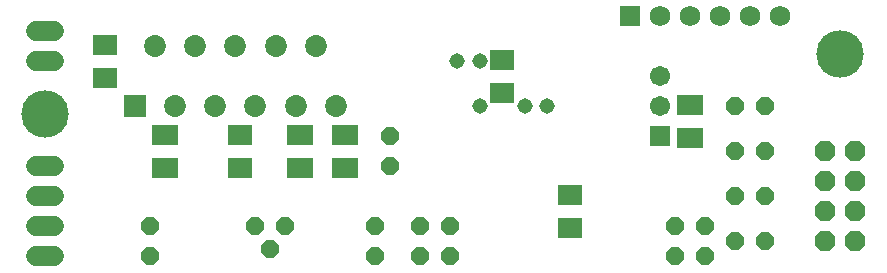
<source format=gbs>
G75*
G70*
%OFA0B0*%
%FSLAX24Y24*%
%IPPOS*%
%LPD*%
%AMOC8*
5,1,8,0,0,1.08239X$1,22.5*
%
%ADD10C,0.0680*%
%ADD11R,0.0680X0.0680*%
%ADD12OC8,0.0680*%
%ADD13C,0.0674*%
%ADD14OC8,0.0600*%
%ADD15R,0.0789X0.0710*%
%ADD16R,0.0730X0.0730*%
%ADD17C,0.0730*%
%ADD18R,0.0867X0.0710*%
%ADD19R,0.0674X0.0674*%
%ADD20C,0.0674*%
%ADD21C,0.0516*%
%ADD22C,0.1582*%
D10*
X022812Y009843D03*
X023812Y009843D03*
X024812Y009843D03*
X025812Y009843D03*
X026812Y009843D03*
D11*
X021812Y009843D03*
D12*
X028312Y005343D03*
X029312Y005343D03*
X029312Y004343D03*
X028312Y004343D03*
X028312Y003343D03*
X029312Y003343D03*
X029312Y002343D03*
X028312Y002343D03*
D13*
X002609Y001843D02*
X002016Y001843D01*
X002016Y002843D02*
X002609Y002843D01*
X002609Y003843D02*
X002016Y003843D01*
X002016Y004843D02*
X002609Y004843D01*
X002609Y008343D02*
X002016Y008343D01*
X002016Y009343D02*
X002609Y009343D01*
D14*
X005812Y002843D03*
X005812Y001843D03*
X009312Y002843D03*
X010312Y002843D03*
X009812Y002093D03*
X013312Y001843D03*
X014812Y001843D03*
X015812Y001843D03*
X015812Y002843D03*
X014812Y002843D03*
X013312Y002843D03*
X013812Y004843D03*
X013812Y005843D03*
X023312Y002843D03*
X024312Y002843D03*
X025312Y002343D03*
X024312Y001843D03*
X023312Y001843D03*
X026312Y002343D03*
X026312Y003843D03*
X025312Y003843D03*
X025312Y005343D03*
X026312Y005343D03*
X026312Y006843D03*
X025312Y006843D03*
D15*
X019812Y003894D03*
X019812Y002791D03*
X017562Y007291D03*
X017562Y008394D03*
X008812Y005894D03*
X008812Y004791D03*
X004312Y007791D03*
X004312Y008894D03*
D16*
X005312Y006843D03*
D17*
X006652Y006843D03*
X007992Y006843D03*
X009332Y006843D03*
X010672Y006843D03*
X012012Y006843D03*
X011342Y008843D03*
X010002Y008843D03*
X008662Y008843D03*
X007322Y008843D03*
X005982Y008843D03*
D18*
X006312Y005894D03*
X006312Y004791D03*
X010812Y004791D03*
X012312Y004791D03*
X012312Y005894D03*
X010812Y005894D03*
X023812Y005791D03*
X023812Y006894D03*
D19*
X022812Y005843D03*
D20*
X022812Y006843D03*
X022812Y007843D03*
D21*
X019062Y006843D03*
X018312Y006843D03*
X016812Y006843D03*
X016812Y008343D03*
X016062Y008343D03*
D22*
X028812Y008593D03*
X002312Y006593D03*
M02*

</source>
